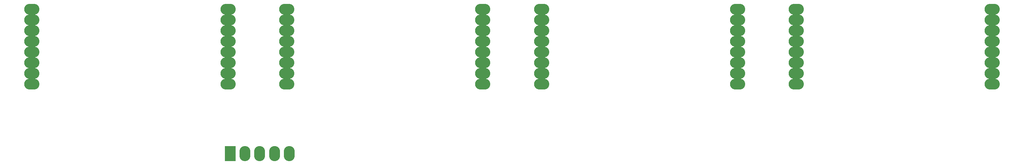
<source format=gbr>
G04 DipTrace 2.4.0.2*
%INÂåðõíÿìàñêà.gbr*%
%MOMM*%
%ADD31O,3.6X2.6*%
%ADD33O,2.6X3.6*%
%ADD35R,2.6X3.6*%
%FSLAX53Y53*%
G04*
G71*
G90*
G75*
G01*
%LNTopMask*%
%LPD*%
D35*
X63176Y14762D3*
D33*
X66676D3*
X70176D3*
X73676D3*
X77176D3*
D31*
X62665Y31210D3*
Y33750D3*
Y36290D3*
Y38830D3*
Y41370D3*
Y43910D3*
Y46450D3*
Y48990D3*
X16265Y31210D3*
Y33750D3*
Y36290D3*
Y38830D3*
Y41370D3*
Y43910D3*
Y46450D3*
Y48990D3*
X123018Y31210D3*
Y33750D3*
Y36290D3*
Y38830D3*
Y41370D3*
Y43910D3*
Y46450D3*
Y48990D3*
X76618Y31210D3*
Y33750D3*
Y36290D3*
Y38830D3*
Y41370D3*
Y43910D3*
Y46450D3*
Y48990D3*
X183337Y31210D3*
Y33750D3*
Y36290D3*
Y38830D3*
Y41370D3*
Y43910D3*
Y46450D3*
Y48990D3*
X136937Y31210D3*
Y33750D3*
Y36290D3*
Y38830D3*
Y41370D3*
Y43910D3*
Y46450D3*
Y48990D3*
X243655Y31210D3*
Y33750D3*
Y36290D3*
Y38830D3*
Y41370D3*
Y43910D3*
Y46450D3*
Y48990D3*
X197255Y31210D3*
Y33750D3*
Y36290D3*
Y38830D3*
Y41370D3*
Y43910D3*
Y46450D3*
Y48990D3*
M02*

</source>
